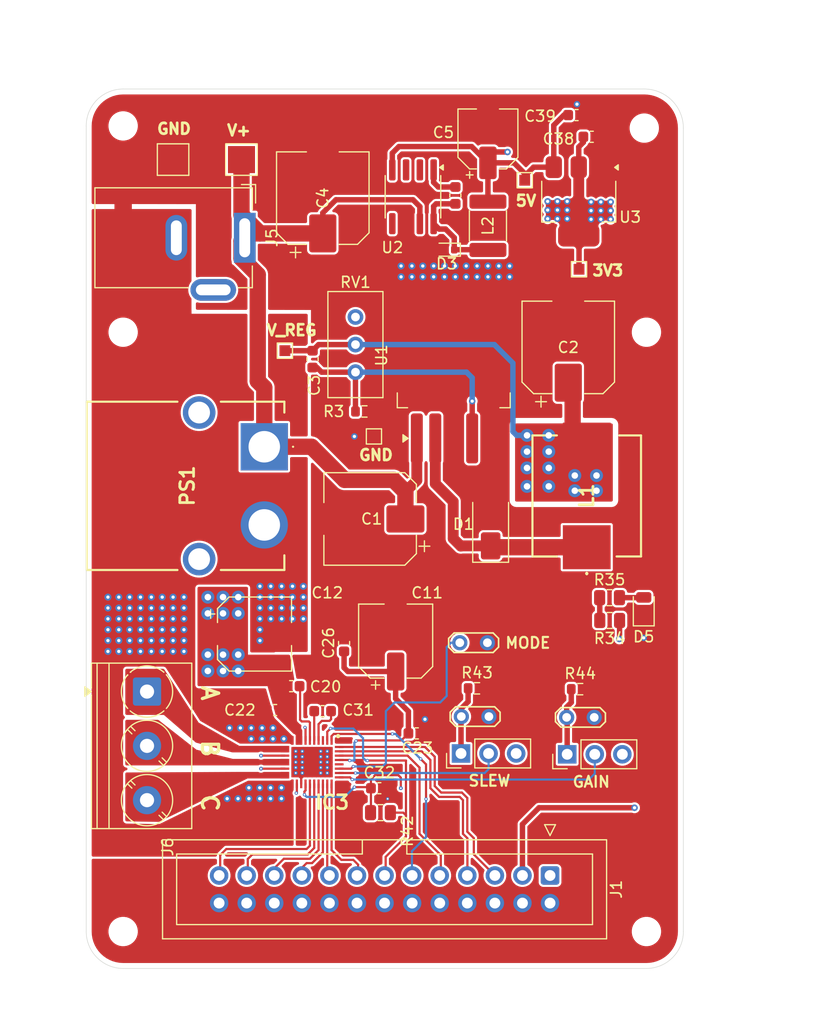
<source format=kicad_pcb>
(kicad_pcb (version 20241229) (generator "pcbnew") (generator_version "9.0")
  (layers (0 "F.Cu" signal) (4 "In1.Cu" signal) (6 "In2.Cu" signal) (2 "B.Cu" signal) (13 "F.Paste" user) (15 "B.Paste" user) (5 "F.SilkS" user "F.Silkscreen") (7 "B.SilkS" user "B.Silkscreen") (1 "F.Mask" user) (3 "B.Mask" user) (25 "Edge.Cuts" user))
  (net 0 "")
  (net 1 "GND")
  (net 2 "V+")
  (net 3 "VM")
  (net 4 "Net-(U1-FB)")
  (net 5 "AVDD")
  (net 6 "CP")
  (net 7 "CPL")
  (net 8 "CPH")
  (net 9 "Net-(D1-K)")
  (net 10 "/DRV8317/TIM1_CH3N")
  (net 11 "SLEW")
  (net 12 "/DRV8317/NFAULT")
  (net 14 "GAIN")
  (net 15 "Net-(IC3-OUTA_1)")
  (net 17 "Net-(IC3-OUTC_1)")
  (net 18 "MODE")
  (net 19 "Net-(IC3-OUTB_1)")
  (net 20 "/DRV8317/NSLEEP")
  (net 21 "/DRV8317/TIM1_CH1")
  (net 22 "/DRV8317/TIM1_CH2N")
  (net 23 "/DRV8317/Vcurrfdbk_B")
  (net 24 "/DRV8317/TIM1_CH2")
  (net 25 "/DRV8317/TIM1_CH1N")
  (net 26 "/DRV8317/Vcurrfdbk_C")
  (net 27 "/DRV8317/TIM1_CH3")
  (net 28 "/DRV8317/Vcurrfdbk_A")
  (net 29 "Net-(JP1-A)")
  (net 30 "Net-(JP4-A)")
  (net 34 "+5V")
  (net 35 "Net-(D3-K)")
  (net 36 "Net-(U2-CB)")
  (net 40 "Net-(D5-A)")
  (net 41 "Net-(R34-Pad2)")
  (footprint "Connector_PinHeader_2.54mm:PinHeader_1x03_P2.54mm_Vertical" (layer "F.Cu") (at 103.52 94.4 90)
    (property "Reference" "JP4" (hide yes))
    (property "Value" "Slew Selector")
  )
  (footprint "SamacSys_Parts:XT60PWM" (layer "F.Cu") (at 85.4 66.15 -90)
    (property "Reference" "PS1")
    (property "Value" "XT60PW-M" (hide yes))
  )
  (footprint "MountingHole:MountingHole_2.5mm" (layer "F.Cu") (at 72.4 55.6)
    (property "Reference" "H5" (hide yes))
    (property "Value" "MountingHole")
  )
  (footprint "MountingHole:MountingHole_2.5mm" (layer "F.Cu") (at 120.6 110.8)
    (property "Reference" "H2" (hide yes))
    (property "Value" "MountingHole")
  )
  (footprint "Capacitor_SMD:C_0603_1608Metric" (layer "F.Cu") (at 99.45 92.55)
    (property "Reference" "C23")
    (property "Value" "0.1uF")
  )
  (footprint "TestPoint:TestPoint_2Pads_Pitch2.54mm_Drill0.8mm" (layer "F.Cu") (at 103.55 91)
    (property "Reference" "JP5" (hide yes))
    (property "Value" "25V/us")
  )
  (footprint "TestPoint:TestPoint_2Pads_Pitch2.54mm_Drill0.8mm" (layer "F.Cu") (at 113.25 91.075)
    (property "Reference" "JP1" (hide yes))
    (property "Value" "0.25V/A")
  )
  (footprint "Capacitor_SMD:C_0603_1608Metric" (layer "F.Cu") (at 114.165 35.6 180)
    (property "Reference" "C39")
    (property "Value" "0.1uF")
  )
  (footprint "Capacitor_SMD:CP_Elec_8x10" (layer "F.Cu") (at 95.15 72.8 180)
    (property "Reference" "C1")
    (property "Value" "330uF 35V")
  )
  (footprint "TestPoint:TestPoint_Pad_1.0x1.0mm" (layer "F.Cu") (at 95.5 65.2 90)
    (property "Reference" "TP2" (hide yes))
    (property "Value" "TestPoint")
  )
  (footprint "Capacitor_SMD:C_0603_1608Metric" (layer "F.Cu") (at 103 43 -90)
    (property "Reference" "C28" (hide yes))
    (property "Value" "10nF")
  )
  (footprint "Capacitor_SMD:CP_Elec_6.3x5.4" (layer "F.Cu") (at 97.5 84.05 90)
    (property "Reference" "C11")
    (property "Value" "22uF 25V")
  )
  (footprint "Capacitor_SMD:C_0603_1608Metric" (layer "F.Cu") (at 96 97.6)
    (property "Reference" "C32")
    (property "Value" "2.2uF")
  )
  (footprint "Resistor_SMD:R_0603_1608Metric" (layer "F.Cu") (at 114.5 88.475)
    (property "Reference" "R44")
    (property "Value" "47K")
  )
  (footprint "Capacitor_SMD:CP_Elec_8x10" (layer "F.Cu") (at 90.79 43.25 90)
    (property "Reference" "C4")
    (property "Value" "330uF 25V")
  )
  (footprint "Diode_SMD:D_SOD-523" (layer "F.Cu") (at 102.2 48 180)
    (property "Reference" "D3")
    (property "Value" "20V 500mA")
  )
  (footprint "Capacitor_SMD:C_0603_1608Metric" (layer "F.Cu") (at 92.75 84.225 90)
    (property "Reference" "C26")
    (property "Value" "0.1uF")
  )
  (footprint "MountingHole:MountingHole_2.5mm" (layer "F.Cu") (at 120.6 55.6)
    (property "Reference" "H6" (hide yes))
    (property "Value" "MountingHole")
  )
  (footprint "MountingHole:MountingHole_2.5mm" (layer "F.Cu") (at 120.4 36.8)
    (property "Reference" "H3" (hide yes))
    (property "Value" "MountingHole")
  )
  (footprint "Resistor_SMD:R_0805_2012Metric" (layer "F.Cu") (at 117.2 80.05)
    (property "Reference" "R35")
    (property "Value" "3.6")
  )
  (footprint "Connector_PinHeader_2.54mm:PinHeader_1x03_P2.54mm_Vertical" (layer "F.Cu") (at 113.3 94.475 90)
    (property "Reference" "JP2" (hide yes))
    (property "Value" "Gain Selector")
  )
  (footprint "Capacitor_SMD:C_0603_1608Metric" (layer "F.Cu") (at 87.875 88.2)
    (property "Reference" "C20")
    (property "Value" "0.1uF")
  )
  (footprint "Capacitor_SMD:CP_Elec_8x10" (layer "F.Cu") (at 113.4 57 90)
    (property "Reference" "C2")
    (property "Value" "330uF 25V")
  )
  (footprint "Capacitor_SMD:CP_Elec_6.3x5.4" (layer "F.Cu") (at 84.5 83.4)
    (property "Reference" "C12")
    (property "Value" "22uF 25V")
  )
  (footprint "MountingHole:MountingHole_2.5mm" (layer "F.Cu") (at 72.4 36.6)
    (property "Reference" "H4" (hide yes))
    (property "Value" "MountingHole")
  )
  (footprint "TestPoint:TestPoint_Pad_1.0x1.0mm" (layer "F.Cu") (at 109.39 41.6)
    (property "Reference" "TP3" (hide yes))
    (property "Value" "TestPoint")
  )
  (footprint "Connector_IDC:IDC-Header_2x13_P2.54mm_Vertical" (layer "F.Cu") (at 111.72 105.64 -90)
    (property "Reference" "J1")
    (property "Value" "Conn_02x13_Odd_Even")
  )
  (footprint "Resistor_SMD:R_0603_1608Metric" (layer "F.Cu") (at 105 88.4)
    (property "Reference" "R43")
    (property "Value" "47K")
  )
  (footprint "Inductor_SMD:L_1812_4532Metric_Pad1.30x3.40mm_HandSolder" (layer "F.Cu") (at 106 45.8 90)
    (property "Reference" "L2")
    (property "Value" "47uH 3.1A")
  )
  (footprint "Capacitor_SMD:C_0603_1608Metric" (layer "F.Cu") (at 90.775 90.5 180)
    (property "Reference" "C31")
    (property "Value" "0.1uF")
  )
  (footprint "LED_SMD:LED_0805_2012Metric" (layer "F.Cu") (at 120.35 80.9625 90)
    (property "Reference" "D5")
    (property "Value" "Red LED")
  )
  (footprint "TestPoint:TestPoint_2Pads_Pitch2.54mm_Drill0.8mm" (layer "F.Cu") (at 103.41 84.2)
    (property "Reference" "JP3" (hide yes))
    (property "Value" "Mode Selector")
  )
  (footprint "Capacitor_SMD:C_0603_1608Metric" (layer "F.Cu") (at 115.565 37.6 180)
    (property "Reference" "C38")
    (property "Value" "10uF")
  )
  (footprint "Package_TO_SOT_SMD:SOT-223-3_TabPin2" (layer "F.Cu") (at 114.365 43.55 -90)
    (property "Reference" "U3")
    (property "Value" "LD1117S33TR")
  )
  (footprint "MountingHole:MountingHole_2.5mm" (layer "F.Cu") (at 72.4 110.8)
    (property "Reference" "H1" (hide yes))
    (property "Value" "MountingHole")
  )
  (footprint "Resistor_SMD:R_0805_2012Metric" (layer "F.Cu") (at 117.2125 82.15 180)
    (property "Reference" "R34")
    (property "Value" "3.6")
  )
  (footprint "TerminalBlock_Phoenix:TerminalBlock_Phoenix_PT-1,5-3-5.0-H_1x03_P5.00mm_Horizontal" (layer "F.Cu") (at 74.6 88.7 -90)
    (property "Reference" "J6")
    (property "Value" "Screw_Terminal_01x03")
  )
  (footprint "Resistor_SMD:R_0805_2012Metric" (layer "F.Cu") (at 96.1 99.85 180)
    (property "Reference" "R42")
    (property "Value" "5k")
  )
  (footprint "SamacSys_Parts:QFN40P400X500X80-37N-D" (layer "F.Cu") (at 89.8 95.2 -90)
    (property "Reference" "IC3")
    (property "Value" "DRV8317HREER" (hide yes))
  )
  (footprint "Package_SO:SOIC-8_3.9x4.9mm_P1.27mm" (layer "F.Cu") (at 99.095 43.125 -90)
    (property "Reference" "U2")
    (property "Value" "LM2674M-5.0")
  )
  (footprint "Package_TO_SOT_SMD:TO-263-5_TabPin3" (layer "F.Cu") (at 102.85 57.73 90)
    (property "Reference" "U1")
    (property "Value" "LM2596S-ADJ")
  )
  (footprint "Capacitor_SMD:CP_Elec_5x5.3" (layer "F.Cu") (at 106 37.8 90)
    (property "Reference" "C5")
    (property "Value" "100uF 10V")
  )
  (footprint "Connector_BarrelJack:BarrelJack_GCT_DCJ200-10-A_Horizontal" (layer "F.Cu") (at 83.6 46.9 -90)
    (property "Reference" "J5")
    (property "Value" "Jack-DC")
  )
  (footprint "Potentiometer_THT:Potentiometer_Bourns_3296W_Vertical" (layer "F.Cu") (at 93.8 59.28 -90)
    (property "Reference" "RV1")
    (property "Value" "R_Potentiometer_Trim")
  )
  (footprint "Capacitor_SMD:C_0603_1608Metric" (layer "F.Cu") (at 89.85 58.08 90)
    (property "Reference" "C3")
    (property "Value" "1.5nF")
  )
  (footprint "TestPoint:TestPoint_Pad_1.0x1.0mm" (layer "F.Cu") (at 87.3 57.3 90)
    (property "Reference" "TP1" (hide yes))
    (property "Value" "TestPoint")
  )
  (footprint "SamacSys_Parts:LMLP1011M470DTAS" (layer "F.Cu") (at 115.1 70.68 90)
    (property "Reference" "L1")
    (property "Value" "47uH 3.1A" (hide yes))
  )
  (footprint "TestPoint:TestPoint_Pad_1.0x1.0mm" (layer "F.Cu") (at 114.39 49.8 -90)
    (property "Reference" "TP7" (hide yes))
    (property "Value" "TestPoint")
  )
  (footprint "Capacitor_SMD:C_0603_1608Metric" (layer "F.Cu") (at 86.4 90.4 180)
    (property "Reference" "C22")
    (property "Value" "0.1uF")
  )
  (footprint "Resistor_SMD:R_0603_1608Metric" (layer "F.Cu") (at 94.625 62.9 180)
    (property "Reference" "R3")
    (property "Value" "1K")
  )
  (footprint "TestPoint:TestPoint_Pad_2.5x2.5mm" (layer "F.Cu") (at 83.3 39.7)
    (property "Reference" "TP8" (hide yes))
    (property "Value" "V+")
  )
  (footprint "TestPoint:TestPoint_Pad_2.5x2.5mm" (layer "F.Cu") (at 77 39.7)
    (property "Reference" "TP9" (hide yes))
    (property "Value" "V-")
  )
  (footprint "Diode_SMD:D_SMA" (layer "F.Cu") (at 106.25 73.28 90)
    (property "Reference" "D1")
    (property "Value" "60V 3A")
  )
  (gr_arc (start 72.4 114.2) (mid 69.995837 113.204163) (end 69 110.8) (stroke (width 0.05)) (layer "Edge.Cuts"))
  (gr_line (start 120.4 33.2) (end 72.4 33.2) (stroke (width 0.05)) (layer "Edge.Cuts"))
  (gr_line (start 69 36.6) (end 69 110.8) (stroke (width 0.05)) (layer "Edge.Cuts"))
  (gr_arc (start 120.4 33.2) (mid 122.945584 34.254416) (end 124 36.8) (stroke (width 0.05)) (layer "Edge.Cuts"))
  (gr_line (start 124 110.8) (end 124 36.8) (stroke (width 0.05)) (layer "Edge.Cuts"))
  (gr_arc (start 124 110.8) (mid 123.004163 113.204163) (end 120.6 114.2) (stroke (width 0.05)) (layer "Edge.Cuts"))
  (gr_line (start 72.4 114.2) (end 120.6 114.2) (stroke (width 0.05)) (layer "Edge.Cuts"))
  (gr_arc (start 69 36.6) (mid 69.995837 34.195837) (end 72.4 33.2) (stroke (width 0.05)) (layer "Edge.Cuts"))
  (gr_text "5V" (at 108.435238 44.080584 0) (layer "F.SilkS") (effects (font (size 1 1) (thickness 0.25) (bold yes)) (justify left bottom)))
  (gr_text "3V3" (at 115.5 50.5 0) (layer "F.SilkS") (effects (font (size 1 1) (thickness 0.25) (bold yes)) (justify left bottom)))
  (gr_text "GND" (at 94 67.5 0) (layer "F.SilkS") (effects (font (size 1 1) (thickness 0.25) (bold yes)) (justify left bottom)))
  (gr_text "A" (at 79.5 88 270) (layer "F.SilkS") (effects (font (size 1.5 1.5) (thickness 0.3) (bold yes)) (justify left bottom)))
  (gr_text "C" (at 79.5 98 270) (layer "F.SilkS") (effects (font (size 1.5 1.5) (thickness 0.3) (bold yes)) (justify left bottom)))
  (gr_text "SLEW" (at 104.1 97.5 0) (layer "F.SilkS") (effects (font (size 1 1) (thickness 0.2) (bold yes)) (justify left bottom)))
  (gr_text "GND" (at 75.4 37.45 0) (layer "F.SilkS") (effects (font (size 1 1) (thickness 0.25) (bold yes)) (justify left bottom)))
  (gr_text "V_REG" (at 85.5 56 0) (layer "F.SilkS") (effects (font (size 1 1) (thickness 0.25) (bold yes)) (justify left bottom)))
  (gr_text "GAIN" (at 113.7 97.6 0) (layer "F.SilkS") (effects (font (size 1 1) (thickness 0.2) (bold yes)) (justify left bottom)))
  (gr_text "V+" (at 81.85 37.6 0) (layer "F.SilkS") (effects (font (size 1 1) (thickness 0.25) (bold yes)) (justify left bottom)))
  (gr_text "MODE" (at 107.5 84.8 0) (layer "F.SilkS") (effects (font (size 1 1) (thickness 0.2) (bold yes)) (justify left bottom)))
  (gr_text "B" (at 79.5 93 270) (layer "F.SilkS") (effects (font (size 1.5 1.5) (thickness 0.3) (bold yes)) (justify left bottom)))
  (segment (start 90.79 37.29) (end 90.79 40) (width 1) (layer "F.Cu") (net 1))
  (segment (start 87.3 94.6) (end 85.1 94.6) (width 0.2) (layer "F.Cu") (net 1))
  (segment (start 88.8 97.2) (end 88.8 96.2) (width 0.2) (layer "F.Cu") (net 1))
  (segment (start 106.25 65.38) (end 106.25 71.28) (width 1) (layer "F.Cu") (net 1))
  (segment (start 105.63 53.8) (end 105.625 53.805) (width 1.5) (layer "F.Cu") (net 1))
  (segment (start 77 39.7) (end 77 37.7) (width 1) (layer "F.Cu") (net 1))
  (segment (start 116.665 40.4) (end 116.665 38.765) (width 0.5) (layer "F.Cu") (net 1))
  (segment (start 95.5 65.2) (end 95.5 62.95) (width 0.5) (layer "F.Cu") (net 1))
  (segment (start 78.5 36.2) (end 89.7 36.2) (width 1) (layer "F.Cu") (net 1))
  (segment (start 98.46 45.6) (end 98.46 47.06) (width 0.5) (layer "F.Cu") (net 1))
  (segment (start 116.34 36.54) (end 116.34 37.6) (width 0.5) (layer "F.Cu") (net 1))
  (segment (start 106.25 65.38) (end 106.25 59.28) (width 1) (layer "F.Cu") (net 1))
  (segment (start 116.665 38.765) (end 116.34 38.44) (width 0.5) (layer "F.Cu") (net 1))
  (segment (start 114.94 35.34) (end 114.2 34.6) (width 0.5) (layer "F.Cu") (net 1))
  (segment (start 115.4 35.6) (end 116.34 36.54) (width 0.5) (layer "F.Cu") (net 1))
  (segment (start 95.5 65.2) (end 93.7 65.2) (width 0.5) (layer "F.Cu") (net 1))
  (segment (start 107 34.6) (end 106 35.6) (width 0.5) (layer "F.Cu") (net 1))
  (segment (start 88.8 96.2) (end 89.8 95.2) (width 0.2) (layer "F.Cu") (net 1))
  (segment (start 114.94 35.6) (end 114.94 35.34) (width 0.5) (layer "F.Cu") (net 1))
  (segment (start 120.35 81.9) (end 120.35 83.75) (width 0.5) (layer "F.Cu") (net 1))
  (segment (start 89.7 36.2) (end 90.79 37.29) (width 1) (layer "F.Cu") (net 1))
  (segment (start 85.95 72.8) (end 85.4 73.35) (width 2) (layer "F.Cu") (net 1))
  (segment (start 102.85 65.38) (end 102.85 56.23) (width 1) (layer "F.Cu") (net 1))
  (segment (start 96.775 98.563337) (end 96.762407 98.57593) (width 0.2) (layer "F.Cu") (net 1))
  (segment (start 114.2 34.6) (end 107 34.6) (width 0.5) (layer "F.Cu") (net 1))
  (segment (start 99.4 48) (end 101.5 48) (width 0.5) (layer "F.Cu") (net 1))
  (segment (start 98.46 47.06) (end 99.4 48) (width 0.5) (layer "F.Cu") (net 1))
  (segment (start 114.94 35.6) (end 115.4 35.6) (width 0.5) (layer "F.Cu") (net 1))
  (segment (start 77 37.7) (end 78.5 36.2) (width 1) (layer "F.Cu") (net 1))
  (segment (start 92.7 83.4) (end 92.75 83.45) (width 1) (layer "F.Cu") (net 1))
  (segment (start 106.25 59.28) (end 105.625 58.655) (width 1) (layer "F.Cu") (net 1))
  (segment (start 87.3 95.8) (end 85.1 95.8) (width 0.2) (layer "F.Cu") (net 1))
  (segment (start 113.4 53.75) (end 113.35 53.8) (width 1.5) (layer "F.Cu") (net 1))
  (segment (start 100.225 92.55) (end 100.225 91.275) (width 0.5) (layer "F.Cu") (net 1))
  (segment (start 95.5 62.95) (end 95.45 62.9) (width 0.5) (layer "F.Cu") (net 1))
  (segment (start 100.225 91.275) (end 100.2 91.25) (width 0.5) (layer "F.Cu") (net 1))
  (segment (start 113.35 53.8) (end 105.63 53.8) (width 1.5) (layer "F.Cu") (net 1))
  (segment (start 116.34 38.44) (end 116.34 37.6) (width 0.5) (layer "F.Cu") (net 1))
  (via (at 71 83) (size 0.65) (drill 0.3) (layers "F.Cu" "B.Cu") (net 1))
  (via (at 86.2 92.05) (size 0.65) (drill 0.3) (layers "F.Cu" "B.Cu") (net 1))
  (via (at 89 82) (size 0.65) (drill 0.3) (layers "F.Cu" "B.Cu") (net 1))
  (via (at 86.981623 97.559148) (size 0.65) (drill 0.3) (layers "F.Cu" "B.Cu") (net 1))
  (via (at 91.2 94.7) (size 0.35) (drill 0.15) (layers "F.Cu" "B.Cu") (net 1))
  (via (at 101 50.5) (size 0.65) (drill 0.3) (layers "F.Cu" "B.Cu") (net 1))
  (via (at 72 85) (size 0.65) (drill 0.3) (layers "F.Cu" "B.Cu") (net 1))
  (via (at 73 81) (size 0.65) (drill 0.3) (layers "F.Cu" "B.Cu") (net 1))
  (via (at 88 81) (size 0.65) (drill 0.3) (layers "F.Cu" "B.Cu") (net 1))
  (via (at 101 49.5) (size 0.65) (drill 0.3) (layers "F.Cu" "B.Cu") (net 1))
  (via (at 86.2 93.05) (size 0.65) (drill 0.3) (layers "F.Cu" "B.Cu") (net 1))
  (via (at 78 82) (size 0.65) (drill 0.3) (layers "F.Cu" "B.Cu") (net 1))
  (via (at 81.981623 98.559148) (size 0.65) (drill 0.3) (layers "F.Cu" "B.Cu") (net 1))
  (via (at 71 82) (size 0.65) (drill 0.3) (layers "F.Cu" "B.Cu") (net 1))
  (via (at 75 82) (size 0.65) (drill 0.3) (layers "F.Cu" "B.Cu") (net 1))
  (via (at 99 49.5) (size 0.65) (drill 0.3) (layers "F.Cu" "B.Cu") (net 1))
  (via (at 77 84) (size 0.65) (drill 0.3) (layers "F.Cu" "B.Cu") (net 1))
  (via (at 75 80) (size 0.65) (drill 0.3) (layers "F.Cu" "B.Cu") (net 1))
  (via (at 84.2 92.05) (size 0.65) (drill 0.3) (layers "F.Cu" "B.Cu") (net 1))
  (via (at 74 85) (size 0.65) (drill 0.3) (layers "F.Cu" "B.Cu") (net 1))
  (via (at 107 50.5) (size 0.65) (drill 0.3) (layers "F.Cu" "B.Cu") (net 1))
  (via (at 85.981623 98.559148) (size 0.65) (drill 0.3) (layers "F.Cu" "B.Cu") (net 1))
  (via (at 85 84) (size 0.65) (drill 0.3) (layers "F.Cu" "B.Cu") (net 1))
  (via (at 76 80) (size 0.65) (drill 0.3) (layers "F.Cu" "B.Cu") (net 1))
  (via (at 105 50.5) (size 0.65) (drill 0.3) (layers "F.Cu" "B.Cu") (net 1))
  (via (at 88.3 95.2) (size 0.35) (drill 0.15) (layers "F.Cu" "B.Cu") (net 1))
  (via (at 78 85) (size 0.65) (drill 0.3) (layers "F.Cu" "B.Cu") (net 1))
  (via (at 73 80) (size 0.65) (drill 0.3) (layers "F.Cu" "B.Cu") (net 1))
  (via (at 82.2 92.05) (size 0.65) (drill 0.3) (layers "F.Cu" "B.Cu") (net 1))
  (via (at 71 80) (size 0.65) (drill 0.3) (layers "F.Cu" "B.Cu") (net 1))
  (via (at 74 83) (size 0.65) (drill 0.3) (layers "F.Cu" "B.Cu") (net 1))
  (via (at 91.2 95.7) (size 0.35) (drill 0.15) (layers "F.Cu" "B.Cu") (net 1))
  (via (at 106 49.5) (size 0.65) (drill 0.3) (layers "F.Cu" "B.Cu") (net 1))
  (via (at 78 81) (size 0.65) (drill 0.3) (layers "F.Cu" "B.Cu") (net 1))
  (via (at 90.6 96.2) (size 0.35) (drill 0.15) (layers "F.Cu" "B.Cu") (net 1))
  (via (at 108 50.5) (size 0.65) (drill 0.3) (layers "F.Cu" "B.Cu") (net 1))
  (via (at 96.762407 98.57593) (size 0.3) (drill 0.15) (layers "F.Cu" "B.Cu") (net 1))
  (via (at 83.981623 98.559148) (size 0.65) (drill 0.3) (layers "F.Cu" "B.Cu") (net 1))
  (via (at 76 82) (size 0.65) (drill 0.3) (layers "F.Cu" "B.Cu") (net 1))
  (via (at 85 80) (size 0.65) (drill 0.3) (layers "F.Cu" "B.Cu") (net 1))
  (via (at 73 82) (size 0.65) (drill 0.3) (layers "F.Cu" "B.Cu") (net 1))
  (via (at 86 81) (size 0.65) (drill 0.3) (layers "F.Cu" "B.Cu") (net 1))
  (via (at 74 81) (size 0.65) (drill 0.3) (layers "F.Cu" "B.Cu") (net 1))
  (via (at 87 79) (size 0.65) (drill 0.3) (layers "F.Cu" "B.Cu") (net 1))
  (via (at 108 49.5) (size 0.65) (drill 0.3) (layers "F.Cu" "B.Cu") (net 1))
  (via (at 100.2 91.25) (size 0.6) (drill 0.3) (layers "F.Cu" "B.Cu") (net 1))
  (via (at 75 81) (size 0.65) (drill 0.3) (layers "F.Cu" "B.Cu") (net 1))
  (via (at 84.981623 98.559148) (size 0.65) (drill 0.3) (layers "F.Cu" "B.Cu") (net 1))
  (via (at 88 80) (size 0.65) (drill 0.3) (layers "F.Cu" "B.Cu") (net 1))
  (via (at 86 82) (size 0.65) (drill 0.3) (layers "F.Cu" "B.Cu") (net 1))
  (via (at 74 82) (size 0.65) (drill 0.3) (layers "F.Cu" "B.Cu") (net 1))
  (via (at 88.9 96.2) (size 0.35) (drill 0.15) (layers "F.Cu" "B.Cu") (net 1))
  (via (at 78 83) (size 0.65) (drill 0.3) (layers "F.Cu" "B.Cu") (net 1))
  (via (at 89 80) (size 0.65) (drill 0.3) (layers "F.Cu" "B.Cu") (net 1))
  (via (at 91.2 95.2) (size 0.35) (drill 0.15) (layers "F.Cu" "B.Cu") (net 1))
  (via (at 78 84) (size 0.65) (drill 0.3) (layers "F.Cu" "B.Cu") (net 1))
  (via (at 76 85) (size 0.65) (drill 0.3) (layers "F.Cu" "B.Cu") (net 1))
  (via (at 73 83) (size 0.65) (drill 0.3) (layers "F.Cu" "B.Cu") (net 1))
  (via (at 90.6 95.2) (size 0.35) (drill 0.15) (layers "F.Cu" "B.Cu") (net 1))
  (via (at 85.1 94.6) (size 0.35) (drill 0.15) (layers "F.Cu" "B.Cu") (net 1))
  (via (at 85 82) (size 0.65) (drill 0.3) (layers "F.Cu" "B.Cu") (net 1))
  (via (at 98 50.5) (size 0.65) (drill 0.3) (layers "F.Cu" "B.Cu") (net 1))
  (via (at 91.2 94.2) (size 0.35) (drill 0.15) (layers "F.Cu" "B.Cu") (net 1))
  (via (at 85.981623 97.559148) (size 0.65) (drill 0.3) (layers "F.Cu" "B.Cu") (net 1))
  (via (at 87 81) (size 0.65) (drill 0.3) (layers "F.Cu" "B.Cu") (net 1))
  (via (at 99 50.5) (size 0.65) (drill 0.3) (layers "F.Cu" "B.Cu") (net 1))
  (via (at 100 49.5) (size 0.65) (drill 0.3) (layers "F.Cu" "B.Cu") (net 1))
  (via (at 103 49.5) (size 0.65) (drill 0.3) (layers "F.Cu" "B.Cu") (net 1))
  (via (at 90.6 95.7) (size 0.35) (drill 0.15) (layers "F.Cu" "B.Cu") (net 1))
  (via (at 106 50.5) (size 0.65) (drill 0.3) (layers "F.Cu" "B.Cu") (net 1))
  (via (at 77 85) (size 0.65) (drill 0.3) (layers "F.Cu" "B.Cu") (net 1))
  (via (at 86.981623 98.559148) (size 0.65) (drill 0.3) (layers "F.Cu" "B.Cu") (net 1))
  (via (at 88.3 94.7) (size 0.35) (drill 0.15) (layers "F.Cu" "B.Cu") (net 1))
  (via (at 90.6 94.2) (size 0.35) (drill 0.15) (layers "F.Cu" "B.Cu") (net 1))
  (via (at 89 81) (size 0.65) (drill 0.3) (layers "F.Cu" "B.Cu") (net 1))
  (via (at 72 80) (size 0.65) (drill 0.3) (layers "F.Cu" "B.Cu") (net 1))
  (via (at 74 80) (size 0.65) (drill 0.3) (layers "F.Cu" "B.Cu") (net 1))
  (via (at 75 84) (size 0.65) (drill 0.3) (layers "F.Cu" "B.Cu") (net 1))
  (via (at 90.6 94.7) (size 0.35) (drill 0.15) (layers "F.Cu" "B.Cu") (net 1))
  (via (at 88.9 94.7) (size 0.35) (drill 0.15) (layers "F.Cu" "B.Cu") (net 1))
  (via (at 98 49.5) (size 0.65) (drill 0.3) (layers "F.Cu" "B.Cu") (net 1))
  (via (at 75 85) (size 0.65) (drill 0.3) (layers "F.Cu" "B.Cu") (net 1))
  (via (at 88.9 95.2) (size 0.35) (drill 0.15) (layers "F.Cu" "B.Cu") (net 1))
  (via (at 74 84) (size 0.65) (drill 0.3) (layers "F.Cu" "B.Cu") (net 1))
  (via (at 88 82) (size 0.65) (drill 0.3) (layers "F.Cu" "B.Cu") (net 1))
  (via (at 85.2 92.05) (size 0.65) (drill 0.3) (layers "F.Cu" "B.Cu") (net 1))
  (via (at 85.1 95.8) (size 0.35) (drill 0.15) (layers "F.Cu" "B.Cu") (net 1))
  (via (at 107 49.5) (size 0.65) (drill 0.3) (layers "F.Cu" "B.Cu") (net 1))
  (via (at 91.2 96.2) (size 0.35) (drill 0.15) (layers "F.Cu" "B.Cu") (net 1))
  (via (at 84.981623 97.559148) (size 0.65) (drill 0.3) (layers "F.Cu" "B.Cu") (net 1))
  (via (at 88.3 94.2) (size 0.35) (drill 0.15) (layers "F.Cu" "B.Cu") (net 1))
  (via (at 84.2 93.05) (size 0.65) (drill 0.3) (layers "F.Cu" "B.Cu") (net 1))
  (via (at 72 84) (size 0.65) (drill 0.3) (layers "F.Cu" "B.Cu") (net 1))
  (via (at 105 49.5) (size 0.65) (drill 0.3) (layers "F.Cu" "B.Cu") (net 1))
  (via (at 76 81) (size 0.65) (drill 0.3) (layers "F.Cu" "B.Cu") (net 1))
  (via (at 114.2 34.6) (size 0.6) (drill 0.3) (layers "F.Cu" "B.Cu") (net 1))
  (via (at 76 84) (size 0.65) (drill 0.3) (layers "F.Cu" "B.Cu") (net 1))
  (via (at 82.981623 98.559148) (size 0.65) (drill 0.3) (layers "F.Cu" "B.Cu") (net 1))
  (via (at 77 83) (size 0.65) (drill 0.3) (layers "F.Cu" "B.Cu") (net 1))
  (via (at 102 50.5) (size 0.65) (drill 0.3) (layers "F.Cu" "B.Cu") (net 1))
  (via (at 104 50.5) (size 0.65) (drill 0.3) (layers "F.Cu" "B.Cu") (net 1))
  (via (at 85.2 93.05) (size 0.65) (drill 0.3) (layers "F.Cu" "B.Cu") (net 1))
  (via (at 102 49.5) (size 0.65) (drill 0.3) (layers "F.Cu" "B.Cu") (net 1))
  (via (at 85 79) (size 0.65) (drill 0.3) (layers "F.Cu" "B.Cu") (net 1))
  (via (at 73 84) (size 0.65) (drill 0.3) (layers "F.Cu" "B.Cu") (net 1))
  (via (at 104 49.5) (size 0.65) (drill 0.3) (layers "F.Cu" "B.Cu") (net 1))
  (via (at 87.2 93.05) (size 0.65) (drill 0.3) (layers "F.Cu" "B.Cu") (net 1))
  (via (at 93.7 65.2) (size 0.6) (drill 0.3) (layers "F.Cu" "B.Cu") (net 1))
  (via (at 89 79) (size 0.65) (drill 0.3) (layers "F.Cu" "B.Cu") (net 1))
  (via (at 77 82) (size 0.65) (drill 0.3) (layers "F.Cu" "B.Cu") (net 1))
  (via (at 86 79) (size 0.65) (drill 0.3) (layers "F.Cu" "B.Cu") (net 1))
  (via (at 83.2 92.05) (size 0.65) (drill 0.3) (layers "F.Cu" "B.Cu") (net 1))
  (via (at 86 80) (size 0.65) (drill 0.3) (layers "F.Cu" "B.Cu") (net 1))
  (via (at 88.9 95.7) (size 0.35) (drill 0.15) (layers "F.Cu" "B.Cu") (net 1))
  (via (at 100 50.5) (size 0.65) (drill 0.3) (layers "F.Cu" "B.Cu") (net 1))
  (via (at 71 84) (size 0.65) (drill 0.3) (layers "F.Cu" "B.Cu") (net 1))
  (via (at 73 85) (size 0.65) (drill 0.3) (layers "F.Cu" "B.Cu") (net 1))
  (via (at 72 83) (size 0.65) (drill 0.3) (layers "F.Cu" "B.Cu") (net 1))
  (via (at 77 81) (size 0.65) (drill 0.3) (layers "F.Cu" "B.Cu") (net 1))
  (via (at 88.3 96.2) (size 0.35) (drill 0.15) (layers "F.Cu" "B.Cu") (net 1))
  (via (at 87 82) (size 0.65) (drill 0.3) (layers "F.Cu" "B.Cu") (net 1))
  (via (at 72 81) (size 0.65) (drill 0.3) (layers "F.Cu" "B.Cu") (net 1))
  (via (at 76 83) (size 0.65) (drill 0.3) (layers "F.Cu" "B.Cu") (net 1))
  (via (at 78 80) (size 0.65) (drill 0.3) (layers "F.Cu" "B.Cu") (net 1))
  (via (at 71 81) (size 0.65) (drill 0.3) (layers "F.Cu" "B.Cu") (net 1))
  (via (at 103 50.5) (size 0.65) (drill 0.3) (layers "F.Cu" "B.Cu") (net 1))
  (via (at 88.3 95.7) (size 0.35) (drill 0.15) (layers "F.Cu" "B.Cu") (net 1))
  (via (at 85 81) (size 0.65) (drill 0.3) (layers "F.Cu" "B.Cu") (net 1))
  (via (at 88 79) (size 0.65) (drill 0.3) (layers "F.Cu" "B.Cu") (net 1))
  (via (at 85 83) (size 0.65) (drill 0.3) (layers "F.Cu" "B.Cu") (net 1))
  (via (at 77 80) (size 0.65) (drill 0.3) (layers "F.Cu" "B.Cu") (net 1))
  (via (at 87 80) (size 0.65) (drill 0.3) (layers "F.Cu" "B.Cu") (net 1))
  (via (at 120.35 83.75) (size 0.6) (drill 0.3) (layers "F.Cu" "B.Cu") (net 1))
  (via (at 83.981623 97.559148) (size 0.65) (drill 0.3) (layers "F.Cu" "B.Cu") (net 1))
  (via (at 72 82) (size 0.65) (drill 0.3) (layers "F.Cu" "B.Cu") (net 1))
  (via (at 71 85) (size 0.65) (drill 0.3) (layers "F.Cu" "B.Cu") (net 1))
  (via (at 88.9 94.2) (size 0.35) (drill 0.15) (layers "F.Cu" "B.Cu") (net 1))
  (via (at 75 83) (size 0.65) (drill 0.3) (layers "F.Cu" "B.Cu") (net 1))
  (segment (start 92.8 69.2) (end 97.3 69.2) (width 1.5) (layer "F.Cu") (net 2))
  (segment (start 85 46.5) (end 84 46.5) (width 1.5) (layer "F.Cu") (net 2))
  (segment (start 85.4 66.15) (end 89.75 66.15) (width 1.5) (layer "F.Cu") (net 2))
  (segment (start 83.3 44.8) (end 83.3 39.7) (width 1.5) (layer "F.Cu") (net 2))
  (segment (start 85 46.5) (end 90.79 46.5) (width 1.5) (layer "F.Cu") (net 2))
  (segment (start 90.79 44.61) (end 90.79 46.5) (width 0.5) (layer "F.Cu") (net 2))
  (segment (start 83.3 48.8) (end 84.8 50.3) (width 1.5) (layer "F.Cu") (net 2))
  (segment (start 84.8 60.1) (end 85.4 60.7) (width 1.5) (layer "F.Cu") (net 2))
  (segment (start 85 46.5) (end 83.3 44.8) (width 1.5) (layer "F.Cu") (net 2))
  (segment (start 83.3 47.2) (end 83.3 48.8) (width 1.5) (layer "F.Cu") (net 2))
  (segment (start 89.75 66.15) (end 92.8 69.2) (width 1.5) (layer "F.Cu") (net 2))
  (segment (start 99.45 65.38) (end 99.45 69.25) (width 1) (layer "F.Cu") (net 2))
  (segment (start 99.73 45.6) (end 99.73 44.03) (width 0.5) (layer "F.Cu") (net 2))
  (segment (start 84.8 50.3) (end 84.8 60.1) (width 1.5) (layer "F.Cu") (net 2))
  (segment (start 98.4 70.3) (end 98.4 72.8) (width 1.5) (layer "F.Cu") (net 2))
  (segment (start 97.3 69.2) (end 98.4 70.3) (width 1.5) (layer "F.Cu") (net 2))
  (segment (start 85.4 60.7) (end 85.4 66.15) (width 1.5) (layer "F.Cu") (net 2))
  (segment (start 85.4 66.15) (end 85.4 67.2) (width 1.5) (layer "F.Cu") (net 2))
  (segment (start 84 46.5) (end 83.3 47.2) (width 1.5) (layer "F.Cu") (net 2))
  (segment (start 99.45 69.25) (end 98.4 70.3) (width 1) (layer "F.Cu") (net 2))
  (segment (start 99.73 44.03) (end 99.1 43.4) (width 0.5) (layer "F.Cu") (net 2))
  (segment (start 92 43.4) (end 90.79 44.61) (width 0.5) (layer "F.Cu") (net 2))
  (segment (start 99.1 43.4) (end 92 43.4) (width 0.5) (layer "F.Cu") (net 2))
  (segment (start 87.305 57.305) (end 87.3 57.3) (width 0.5) (layer "F.Cu") (net 3))
  (segment (start 88.4 97.2) (end 88.4 98) (width 0.2) (layer "F.Cu") (net 3))
  (segment (start 113.8 64.655) (end 115.1 65.955) (width 1.5) (layer "F.Cu") (net 3))
  (segment (start 90.40436 56.74) (end 93.8 56.74) (width 0.5) (layer "F.Cu") (net 3))
  (segment (start 113.8 60.65) (end 113.8 64.655) (width 1.5) (layer "F.Cu") (net 3))
  (segment (start 88.4 98) (end 88.35 98.05) (width 0.2) (layer "F.Cu") (net 3))
  (segment (start 89.85 57.305) (end 87.305 57.305) (width 0.5) (layer "F.Cu") (net 3))
  (segment (start 89.85 57.305) (end 89.85 57.29436) (width 0.5) (layer "F.Cu") (net 3))
  (segment (start 113.4 60.25) (end 113.8 60.65) (width 1.5) (layer "F.Cu") (net 3))
  (segment (start 89.85 57.29436) (end 90.40436 56.74) (width 0.5) (layer "F.Cu") (net 3))
  (via (at 80.2 81.5) (size 1.2) (drill 0.6) (layers "F.Cu" "B.Cu") (net 3))
  (via (at 81.6 85.3) (size 1.2) (drill 0.6) (layers "F.Cu" "B.Cu") (net 3))
  (via (at 114 70.2) (size 1.2) (drill 0.6) (layers "F.Cu" "B.Cu") (net 3))
  (via (at 116 68.8) (size 1.2) (drill 0.6) (layers "F.Cu" "B.Cu") (net 3))
  (via (at 80.2 86.8) (size 1.2) (drill 0.6) (layers "F.Cu" "B.Cu") (net 3))
  (via (at 81.6 80) (size 1.2) (drill 0.6) (layers "F.Cu" "B.Cu") (net 3))
  (via (at 109.6 65.1) (size 1.2) (drill 0.6) (layers "F.Cu" "B.Cu") (net 3))
  (via (at 109.6 69.8) (size 1.2) (drill 0.6) (layers "F.Cu" "B.Cu") (net 3))
  (via (at 111.6 65.1) (size 1.2) (drill 0.6) (layers "F.Cu" "B.Cu") (net 3))
  (via (at 88.35 98.05) (size 0.3) (drill 0.15) (layers "F.Cu" "B.Cu") (net 3))
  (via (at 83 81.5) (size 1.2) (drill 0.6) (layers "F.Cu" "B.Cu") (net 3))
  (via (at 81.6 86.8) (size 1.2) (drill 0.6) (layers "F.Cu" "B.Cu") (net 3))
  (via (at 83 86.8) (size 1.2) (drill 0.6) (layers "F.Cu" "B.Cu") (net 3))
  (via (at 83 80) (size 1.2) (drill 0.6) (layers "F.Cu" "B.Cu") (net 3))
  (via (at 111.6 66.6) (size 1.2) (drill 0.6) (layers "F.Cu" "B.Cu") (net 3))
  (via (at 80.2 85.3) (size 1.2) (drill 0.6) (layers "F.Cu" "B.Cu") (net 3))
  (via (at 109.6 68.1) (size 1.2) (drill 0.6) (layers "F.Cu" "B.Cu") (net 3))
  (via (at 80.2 80) (size 1.2) (drill 0.6) (layers "F.Cu" "B.Cu") (net 3))
  (via (at 116 70.2) (size 1.2) (drill 0.6) (layers "F.Cu" "B.Cu") (net 3))
  (via (at 83 85.3) (size 1.2) (drill 0.6) (layers "F.Cu" "B.Cu") (net 3))
  (via (at 111.6 68.1) (size 1.2) (drill 0.6) (layers "F.Cu" "B.Cu") (net 3))
  (via (at 109.6 66.6) (size 1.2) (drill 0.6) (layers "F.Cu" "B.Cu") (net 3))
  (via (at 111.6 69.8) (size 1.2) (drill 0.6) (layers "F.Cu" "B.Cu") (net 3))
  (via (at 114 68.8) (size 1.2) (drill 0.6) (layers "F.Cu" "B.Cu") (net 3))
  (via (at 81.6 81.5) (size 1.2) (drill 0.6) (layers "F.Cu" "B.Cu") (net 3))
  (segment (start 108.65 65.1) (end 109.6 65.1) (width 0.5) (layer "B.Cu") (net 3))
  (segment (start 108.3 64.75) (end 108.65 65.1) (width 0.5) (layer "B.Cu") (net 3))
  (segment (start 108.3 58.45) (end 108.3 64.75) (width 0.5) (layer "B.Cu") (net 3))
  (segment (start 106.59 56.74) (end 108.3 58.45) (width 0.5) (layer "B.Cu") (net 3))
  (segment (start 93.8 56.74) (end 106.59 56.74) (width 0.5) (layer "B.Cu") (net 3))
  (segment (start 90.255 58.855) (end 90.68 59.28) (width 0.5) (layer "F.Cu") (net 4))
  (segment (start 89.85 58.855) (end 90.255 58.855) (width 0.5) (layer "F.Cu") (net 4))
  (segment (start 90.68 59.28) (end 93.8 59.28) (width 0.5) (layer "F.Cu") (net 4))
  (segment (start 104.55 61.95) (end 104.55 65.38) (width 0.5) (layer "F.Cu") (net 4))
  (segment (start 93.8 62.9) (end 93.8 59.28) (width 0.5) (layer "F.Cu") (net 4))
  (via (at 104.55 61.95) (size 0.6) (drill 0.3) (layers "F.Cu" "B.Cu") (net 4))
  (segment (start 93.8 59.28) (end 104.03 59.28) (width 0.5) (layer "B.Cu") (net 4))
  (segment (start 104.03 59.28) (end 104.55 59.8) (width 0.5) (layer "B.Cu") (net 4))
  (segment (start 104.55 59.8) (end 104.55 61.95) (width 0.5) (layer "B.Cu") (net 4))
  (segment (start 95.6 96.4) (end 97.75 96.4) (width 0.2) (layer "F.Cu") (net 5))
  (segment (start 89.1 98.2) (end 89.1 97.9) (width 0.2) (layer "F.Cu") (net 5))
  (segment (start 114.79 38.11) (end 114.365 38.535) (width 0.5) (layer "F.Cu") (net 5))
  (segment (start 118.125 82.15) (end 118.125 83.825) (width 0.5) (layer "F.Cu") (net 5))
  (segment (start 89.1 97.9) (end 89.2 97.8) (width 0.2) (layer "F.Cu") (net 5))
  (segment (start 97.75 96.4) (end 97.825 96.475) (width 0.2) (layer "F.Cu") (net 5))
  (segment (start 98.675 90.525) (end 98.675 92.55) (width 0.5) (layer "F.Cu") (net 5))
  (segment (start 89.15 92) (end 89.2 92.05) (width 0.2) (layer "F.Cu") (net 5))
  (segment (start 98.025 93.2) (end 98.675 92.55) (width 0.2) (layer "F.Cu") (net 5))
  (segment (start 97.825 96.475) (end 97.9 96.55) (width 0.2) (layer "F.Cu") (net 5))
  (segment (start 95.125 97.5) (end 93.7 97.5) (width 0.2) (layer "F.Cu") (net 5))
  (segment (start 93.85 93.25) (end 93.9 93.2) (width 0.2) (layer "F.Cu") (net 5))
  (segment (start 114.365 46.7) (end 114.365 40.4) (width 1) (layer "F.Cu") (net 5))
  (segment (start 97.5 86.85) (end 97.5 89.35) (width 0.5) (layer "F.Cu") (net 5))
  (segment (start 92.75 85) (end 92.75 86.5) (width 0.5) (layer "F.Cu") (net 5))
  (segment (start 95.225 97.6) (end 95.225 99.8125) (width 0.2) (layer "F.Cu") (net 5))
  (segment (start 92.75 86.5) (end 93.1 86.85) (width 0.5) (layer "F.Cu") (net 5))
  (segment (start 95.225 99.8125) (end 95.1875 99.85) (width 0.2) (layer "F.Cu") (net 5))
  (segment (start 118.125 83.825) (end 118.1 83.85) (width 0.5) (layer "F.Cu") (net 5))
  (segment (start 89.2 97.8) (end 89.2 97.2) (width 0.2) (layer "F.Cu") (net 5))
  (segment (start 93.215436 95) (end 93.265436 95.05) (width 0.2) (layer "F.Cu") (net 5))
  (segment (start 114.79 37.6) (end 114.79 38.11) (width 0.5) (layer "F.Cu") (net 5))
  (segment (start 93.1 86.85) (end 97.5 86.85) (width 0.5) (layer "F.Cu") (net 5))
  (segment (start 95.225 96.775) (end 95.6 96.4) (width 0.2) (layer "F.Cu") (net 5))
  (segment (start 95.225 97.6) (end 95.125 97.5) (width 0.2) (layer "F.Cu") (net 5))
  (segment (start 97.5 89.35) (end 98.675 90.525) (width 0.5) (layer "F.Cu") (net 5))
  (segment (start 97.975 96.625) (end 97.975 97.6) (width 0.2) (layer "F.Cu") (net 5))
  (segment (start 114.365 38.535) (end 114.365 40.4) (width 0.5) (layer "F.Cu") (net 5))
  (segment (start 89.2 92.05) (end 89.2 93.2) (width 0.2) (layer "F.Cu") (net 5))
  (segment (start 114.39 46.725) (end 114.365 46.7) (width 0.5) (layer "F.Cu") (net 5))
  (segment (start 97.825 96.475) (end 97.975 96.625) (width 0.2) (layer "F.Cu") (net 5))
  (segment (start 92.3 95) (end 93.215436 95) (width 0.2) (layer "F.Cu") (net 5))
  (segment (start 114.39 49.8) (end 114.39 46.725) (width 0.5) (layer "F.Cu") (net 5))
  (segment (start 93.9 93.2) (end 98.025 93.2) (width 0.2) (layer "F.Cu") (net 5))
  (segment (start 95.225 97.6) (end 95.225 96.775) (width 0.2) (layer "F.Cu") (net 5))
  (via (at 93.7 97.5) (size 0.3) (drill 0.15) (layers "F.Cu" "B.Cu") (net 5))
  (via (at 117.3 43.6) (size 0.6) (drill 0.3) (layers "F.Cu" "B.Cu") (net 5))
  (via (at 89.1 98.2) (size 0.3) (drill 0.15) (layers "F.Cu" "B.Cu") (net 5))
  (via (at 113.3 43.55) (size 0.6) (drill 0.3) (layers "F.Cu" "B.Cu") (net 5))
  (via (at 97.975 97.6) (size 0.35) (drill 0.15) (layers "F.Cu" "B.Cu") (net 5))
  (via (at 111.5 45.15) (size 0.6) (drill 0.3) (layers "F.Cu" "B.Cu") (net 5))
  (via (at 113.3 44.35) (size 0.6) (drill 0.3) (layers "F.Cu" "B.Cu") (net 5))
  (via (at 117.3 44.4) (size 0.6) (drill 0.3) (layers "F.Cu" "B.Cu") (net 5))
  (via (at 113.3 45.15) (size 0.6) (drill 0.3) (layers "F.Cu" "B.Cu") (net 5))
  (via (at 111.5 43.55) (size 0.6) (drill 0.3) (layers "F.Cu" "B.Cu") (net 5))
  (via (at 93.265436 95.05) (size 0.3) (drill 0.15) (layers "F.Cu" "B.Cu") (net 5))
  (via (at 116.4 44.4) (size 0.6) (drill 0.3) (layers "F.Cu" "B.Cu") (net 5))
  (via (at 111.5 44.35) (size 0.6) (drill 0.3) (layers "F.Cu" "B.Cu") (net 5))
  (via (at 93.85 93.25) (size 0.3) (drill 0.15) (layers "F.Cu" "B.Cu") (net 5))
  (via (at 115.5 45.2) (size 0.6) (drill 0.3) (layers "F.Cu" "B.Cu") (net 5))
  (via (at 118.1 83.85) (size 0.6) (drill 0.3) (layers "F.Cu" "B.Cu") (net 5))
  (via (at 89.15 92) (size 0.3) (drill 0.15) (layers "F.Cu" "B.Cu") (net 5))
  (via (at 115.5 43.6) (size 0.6) (drill 0.3) (layers "F.Cu" "B.Cu") (net 5))
  (via (at 112.4 45.15) (size 0.6) (drill 0.3) (layers "F.Cu" "B.Cu") (net 5))
  (via (at 116.4 45.2) (size 0.6) (drill 0.3) (layers "F.Cu" "B.Cu") (net 5))
  (via (at 112.4 43.55) (size 0.6) (drill 0.3) (layers "F.Cu" "B.Cu") (net 5))
  (via (at 115.5 44.4) (size 0.6) (drill 0.3) (layers "F.Cu" "B.Cu") (net 5))
  (via (at 117.3 45.2) (size 0.6) (drill 0.3) (layers "F.Cu" "B.Cu") (net 5))
  (via (at 116.4 43.6) (size 0.6) (drill 0.3) (layers "F.Cu" "B.Cu") (net 5))
  (via (at 112.4 44.35) (size 0.6) (drill 0.3) (layers "F.Cu" "B.Cu") (net 5))
  (segment (start 91.9 98.4) (end 89.3 98.4) (width 0.2) (layer "B.Cu") (net 5))
  (segment (start 92.8 98.4) (end 91.9 98.4) (width 0.2) (layer "B.Cu") (net 5))
  (segment (start 89.3 98.4) (end 89.1 98.2) (width 0.2) (layer "B.Cu") (net 5))
  (segment (start 93.7 95.05) (end 93.7 93.4) (width 0.2) (layer "B.Cu") (net 5))
  (segment (start 93.7 97.5) (end 92.8 98.4) (width 0.2) (layer "B.Cu") (net 5))
  (segment (start 93.265436 95.05) (end 93.7 95.05) (width 0.2) (layer "B.Cu") (net 5))
  (segment (start 93.7 93.4) (end 93.85 93.25) (width 0.2) (layer "B.Cu") (net 5))
  (segment (start 89.6 91.55) (end 89.5 91.45) (width 0.2) (layer "F.Cu") (net 6))
  (segment (start 88.7 88.25) (end 88.65 88.2) (width 0.2) (layer "F.Cu") (net 6))
  (segment (start 88.85 91.45) (end 88.7 91.3) (width 0.2) (layer "F.Cu") (net 6))
  (segment (start 88.7 91.3) (end 88.7 88.25) (width 0.2) (layer "F.Cu") (net 6))
  (segment (start 89.6 93.2) (end 89.6 91.55) (width 0.2) (layer "F.Cu") (net 6))
  (segment (start 89.5 91.45) (end 88.85 91.45) (width 0.2) (layer "F.Cu") (net 6))
  (segment (start 90.4 93.2) (end 90.4 91.7) (width 0.2) (layer "F.Cu") (net 7))
  (segment (start 90.4 91.7) (end 90.7 91.4) (width 0.2) (layer "F.Cu") (net 7))
  (segment (start 91.4 91.4) (end 91.55 91.25) (width 0.2) (layer "F.Cu") (net 7))
  (segment (start 91.55 91.25) (end 91.55 91.15) (width 0.2) (layer "F.Cu") (net 7))
  (segment (start 90.7 91.4) (end 91.4 91.4) (width 0.2) (layer "F.Cu") (net 7))
  (segment (start 91.55 91.15) (end 91.55 90.5) (width 0.2) (layer "F.Cu") (net 7))
  (segment (start 90 93.2) (end 90 90.5) (width 0.2) (layer "F.Cu") (net 8))
  (segment (start 103.52 75.28) (end 106.25 75.28) (width 1) (layer "F.Cu") (net 9))
  (segment (start 103.5 75.3) (end 103.52 75.28) (width 1) (layer "F.Cu") (net 9))
  (segment (start 102.8 71.2) (end 102.8 74.6) (width 1) (layer "F.Cu") (net 9))
  (segment (start 115.1 75.405) (end 106.375 75.405) (width 1.5) (layer "F.Cu") (net 9))
  (segment (start 101.15 65.38) (end 101.15 69.55) (width 1) (layer "F.Cu") (net 9))
  (segment (start 101.15 69.55) (end 102.8 71.2) (width 1) (layer "F.Cu") (net 9))
  (segment (start 102.8 74.6) (end 103.5 75.3) (width 1) (layer "F.Cu") (net 9))
  (segment (start 106.375 75.405) (end 106.25 75.28) (width 1.5) (layer "F.Cu") (net 9))
  (segment (start 91.6 97.2) (end 91.6 103.3) (width 0.2) (layer "F.Cu") (net 10))
  (segment (start 93.6 104.2) (end 94.04 104.64) (width 0.2) (layer "F.Cu") (net 10))
  (segment (start 91.6 103.3) (end 92.5 104.2) (width 0.2) (layer "F.Cu") (net 10))
  (segment (start 94.04 104.64) (end 94.04 106) (width 0.2) (layer "F.Cu") (net 10))
  (segment (start 92.5 104.2) (end 93.6 104.2) (width 0.2) (layer "F.Cu") (net 10))
  (segment (start 92.3 96.2) (end 93.8 96.2) (width 0.2) (layer "F.Cu") (net 11))
  (via (at 93.8 96.2) (size 0.3) (drill 0.15) (layers "F.Cu" "B.Cu") (net 11))
  (segment (start 106.06 95.84) (end 106.06 95.76) (width 0.2) (layer "B.Cu") (net 11))
  (segment (start 93.8 96.2) (end 105.7 96.2) (width 0.2) (layer "B.Cu") (net 11))
  (segment (start 106.06 95.76) (end 106.06 94.4) (width 0.2) (layer "B.Cu") (net 11))
  (segment (start 105.7 96.2) (end 106.06 95.84) (width 0.2) (layer "B.Cu") (net 11))
  (segment (start 96.58 103.92) (end 96.58 106) (width 0.2) (layer "F.Cu") (net 12))
  (segment (start 98.45 100.1) (end 98.45 102.05) (width 0.2) (layer "F.Cu") (net 12))
  (segment (start 98.45 95.05) (end 98.45 100.1) (width 0.2) (layer "F.Cu") (net 12))
  (segment (start 97.0125 99.85) (end 98.2 99.85) (width 0.2) (layer "F.Cu") (net 12))
  (segment (start 98.2 99.85) (end 98.45 100.1) (width 0.2) (layer "F.Cu") (net 12))
  (segment (start 91.5 92.1) (end 91.2 92.4) (width 0.2) (layer "F.Cu") (net 12))
  (segment (start 98.45 102.05) (end 96.58 103.92) (width 0.2) (layer "F.Cu") (net 12))
  (segment (start 91.2 92.4) (end 91.2 93.2) (width 0.2) (layer "F.Cu") (net 12))
  (segment (start 98.45 95.05) (end 94.9 95.05) (width 0.2) (layer "F.Cu") (net 12))
  (via (at 94.9 95.05) (size 0.3) (drill 0.15) (layers "F.Cu" "B.Cu") (net 12))
  (via (at 91.5 92.1) (size 0.3) (drill 0.15) (layers "F.Cu" "B.Cu") (net 12))
  (segment (start 94 92.5) (end 93.6 92.1) (width 0.2) (layer "B.Cu") (net 12))
  (segment (start 94.75 95.05) (end 94.5 94.8) (width 0.2) (layer "B.Cu") (net 12))
  (segment (start 94.5 93) (end 94 92.5) (width 0.2) (layer "B.Cu") (net 12))
  (segment (start 94.5 94.8) (end 94.5 93) (width 0.2) (layer "B.Cu") (net 12))
  (segment (start 93.6 92.1) (end 91.5 92.1) (width 0.2) (layer "B.Cu") (net 12))
  (segment (start 94.9 95.05) (end 94.75 95.05) (width 0.2) (layer "B.Cu") (net 12))
  (segment (start 93.3 96.6) (end 93.5 96.8) (width 0.2) (layer "F.Cu") (net 14))
  (segment (start 92.3 96.6) (end 93.3 96.6) (width 0.2) (layer "F.Cu") (net 14))
  (via (at 93.5 96.8) (size 0.3) (drill 0.15) (layers "F.Cu" "B.Cu") (net 14))
  (segment (start 115.84 96.26) (end 115.84 94.475) (width 0.2) (layer "B.Cu") (net 14))
  (segment (start 115.3 96.8) (end 115.84 96.26) (width 0.2) (layer "B.Cu") (net 14))
  (segment (start 93.5 96.8) (end 115.3 96.8) (width 0.2) (layer "B.Cu") (net 14))
  (segment (start 93.4 95.8) (end 93.6 95.6) (width 0.2) (layer "F.Cu") (net 18))
  (segment (start 92.3 95.8) (end 93.4 95.8) (width 0.2) (layer "F.Cu") (net 18))
  (via (at 93.6 95.6) (size 0.3) (drill 0.15) (layers "F.Cu" "B.Cu") (net 18))
  (segment (start 93.6 95.6) (end 96.3 95.6) (width 0.2) (layer "B.Cu") (net 18))
  (segment (start 102.2 89.1) (end 102.2 84.6) (width 0.2) (layer "B.Cu") (net 18))
  (segment (start 102.2 84.6) (end 102.6 84.2) (width 0.2) (layer "B.Cu") (net 18))
  (segment (start 97.4 89.7) (end 101.6 89.7) (width 0.2) (layer "B.Cu") (net 18))
  (segment (start 102.6 84.2) (end 103.41 84.2) (width 0.2) (layer "B.Cu") (net 18))
  (segment (start 96.3 95.6) (end 96.6 95.3) (width 0.2) (layer "B.Cu") (net 18))
  (segment (start 96.6 90.5) (end 97.4 89.7) (width 0.2) (layer "B.Cu") (net 18))
  (segment (start 101.6 89.7) (end 102.2 89.1) (width 0.2) (layer "B.Cu") (net 18))
  (segment (start 96.6 95.3) (end 96.6 90.5) (width 0.2) (layer "B.Cu") (net 18))
  (segment (start 97.2 92.6) (end 91.8 92.6) (width 0.2) (layer "F.Cu") (net 20))
  (segment (start 91.8 92.6) (end 91.6 92.8) (width 0.2) (layer "F.Cu") (net 20))
  (segment (start 91.6 92.8) (end 91.6 93.2) (width 0.2) (layer "F.Cu") (net 20))
  (segment (start 100.3 95.4) (end 99.8 94.9) (width 0.2) (layer "F.Cu") (net 20))
  (segment (start 100.3 98.6) (end 100.3 95.4) (width 0.2) (layer "F.Cu") (net 20))
  (via (at 99.8 94.9) (size 0.3) (drill 0.15) (layers "F.Cu" "B.Cu") (net 20))
  (via (at 100.3 98.6) (size 0.3) (drill 0.15) (layers "F.Cu" "B.Cu") (net 20))
  (via (at 97.2 92.6) (size 0.3) (drill 0.15) (layers "F.Cu" "B.Cu") (net 20))
  (segment (start 97.5 92.6) (end 97.2 92.6) (width 0.2) (layer "B.Cu") (net 20))
  (segment (start 100.3 102.1) (end 100.3 98.6) (width 0.2) (layer "B.Cu") (net 20))
  (segment (start 99 103.4) (end 100.3 102.1) (width 0.2) (layer "B.Cu") (net 20))
  (segment (start 99 105.88) (end 99 103.4) (width 0.2) (layer "B.Cu") (net 20))
  (segment (start 99.8 94.9) (end 97.5 92.6) (width 0.2) (layer "B.Cu") (net 20))
  (segment (start 81.34 103.76) (end 81.9 103.2) (width 0.2) (layer "F.Cu") (net 21))
  (segment (start 89.3 103.2) (end 89.6 102.9) (width 0.2) (layer "F.Cu") (net 21))
  (segment (start 81.9 103.2) (end 89.3 103.2) (width 0.2) (layer "F.Cu") (net 21))
  (segment (start 81.34 106) (end 81.34 103.76) (width 0.2) (layer "F.Cu") (net 21))
  (segment (start 89.6 102.9) (end 89.6 97.2) (width 0.2) (layer "F.Cu") (net 21))
  (segment (start 89.3 104.5) (end 89.8 104.5) (width 0.2) (layer "F.Cu") (net 22))
  (segment (start 88.96 106) (end 88.96 104.84) (width 0.2) (layer "F.Cu") (net 22))
  (segment (start 89.8 104.5) (end 90.8 103.5) (width 0.2) (layer "F.Cu") (net 22))
  (segment (start 90.8 103.5) (end 90.8 97.2) (width 0.2) (layer "F.Cu") (net 22))
  (segment (start 88.96 104.84) (end 89.3 104.5) (width 0.2) (layer "F.Cu") (net 22))
  (segment (start 103.7 98.7) (end 103.401 98.401) (width 0.2) (layer "F.Cu") (net 23))
  (segment (start 104.11 105.91) (end 104.11 102.21) (width 0.2) (layer "F.Cu") (net 23))
  (segment (start 103.401 98.401) (end 101.501 98.401) (width 0.2) (layer "F.Cu") (net 23))
  (segment (start 104.2 106) (end 104.11 105.91) (width 0.2) (layer "F.Cu") (net 23))
  (segment (start 99.9 94.2) (end 92.3 94.2) (width 0.2) (layer "F.Cu") (net 23))
  (segment (start 104.11 102.21) (end 103.7 101.8) (width 0.2) (layer "F.Cu") (net 23))
  (segment (start 100.7 97.6) (end 100.7 95) (width 0.2) (layer "F.Cu") (net 23))
  (segment (start 103.7 101.8) (end 103.7 98.7) (width 0.2) (layer "F.Cu") (net 23))
  (segment (start 101.501 98.401) (end 100.7 97.6) (width 0.2) (layer "F.Cu") (net 23))
  (segment (start 100.7 95) (end 99.9 94.2) (width 0.2) (layer "F.Cu") (net 23))
  (segment (start 89.6 104.1) (end 90.4 103.3) (width 0.2) (layer "F.Cu") (net 24))
  (segment (start 87.2 104.1) (end 89.6 104.1) (width 0.2) (layer "F.Cu") (net 24))
  (segment (start 90.4 103.3) (end 90.4 97.2) (width 0.2) (layer "F.Cu") (net 24))
  (segment (start 86.42 104.88) (end 87.2 104.1) (width 0.2) (layer "F.Cu") (net 24))
  (segment (start 86.42 106) (end 86.42 104.88) (width 0.2) (layer "F.Cu") (net 24))
  (segment (start 83.88 106) (end 83.88 104.12) (width 0.2) (layer "F.Cu") (net 25))
  (segment (start 84.3 103.7) (end 89.4 103.7) (width 0.2) (layer "F.Cu") (net 25))
  (segment (start 89.4 103.7) (end 90 103.1) (width 0.2) (layer "F.Cu") (net 25))
  (segment (start 83.88 104.12) (end 84.3 103.7) (width 0.2) (layer "F.Cu") (net 25))
  (segment (start 90 103.1) (end 90 97.2) (width 0.2) (layer "F.Cu") (net 25))
  (segment (start 99.7 95.7) (end 98.6 94.6) (width 0.2) (layer "F.Cu") (net 26))
  (segment (start 99.7 101.8) (end 99.7 95.7) (width 0.2) (layer "F.Cu") (net 26))
  (segment (start 101.66 103.76) (end 99.7 101.8) (width 0.2) (layer "F.Cu") (net 26))
  (segment (start 98.6 94.6) (end 92.3 94.6) (width 0.2) (layer "F.Cu") (net 26))
  (segment (start 101.66 106) (end 101.66 103.76) (width 0.2) (layer "F.Cu") (net 26))
  (segment (start 91.2 105.7) (end 91.5 106) (width 0.2) (layer "F.Cu") (net 27))
  (segment (start 91.2 97.2) (end 91.2 105.7) (width 0.2) (layer "F.Cu") (net 27))
  (segment (start 104.1 101.6) (end 104.7 102.2) (width 0.2) (layer "F.Cu") (net 28))
  (segment (start 103.6 98) (end 104.1 98.5) (width 0.2) (layer "F.Cu") (net 28))
  (segment (start 104.1 98.5) (end 104.1 101.6) (width 0.2) (layer "F.Cu") (net 28))
  (segment (start 101.7 98) (end 103.6 98) (width 0.2) (layer "F.Cu") (net 28))
  (segment (start 92.3 93.8) (end 100.2 93.8) (width 0.2) (layer "F.Cu") (net 28))
  (segment (start 100.2 93.8) (end 101.1 94.7) (width 0.2) (layer "F.Cu") (net 28))
  (segment (start 104.7 102.2) (end 104.7 103.7) (width 0.2) (layer "F.Cu") (net 28))
  (segment (start 101.1 94.7) (end 101.1 97.4) (width 0.2) (layer "F.Cu") (net 28))
  (segment (start 101.1 97.4) (end 101.7 98) (width 0.2) (layer "F.Cu") (net 28))
  (segment (start 104.7 103.7) (end 106.74 105.74) (width 0.2) (layer "F.Cu") (net 28))
  (segment (start 106.74 105.74) (end 106.74 106) (width 0.2) (layer "F.Cu") (net 28))
  (segment (start 113.3 94.475) (end 113.3 91.125) (width 0.5) (layer "F.Cu") (net 29))
  (segment (start 113.25 90.125) (end 113.675 89.7) (width 0.5) (layer "F.Cu") (net 29))
  (segment (start 113.675 89.7) (end 113.675 88.475) (width 0.5) (layer "F.Cu") (net 29))
  (segment (start 113.3 91.125) (end 113.25 91.075) (width 0.5) (layer "F.Cu") (net 29))
  (segment (start 113.25 91.075) (end 113.25 90.125) (width 0.5) (layer "F.Cu") (net 29))
  (segment (start 104.175 89.625) (end 104.175 88.4) (width 0.5) (layer "F.Cu") (net 30))
  (segment (start 103.52 94.4) (end 103.52 91.03) (width 0.5) (layer "F.Cu") (net 30))
  (segment (start 103.55 91) (end 103.55 90.25) (width 0.5) (layer "F.Cu") (net 30))
  (segment (start 103.55 90.25) (end 104.175 89.625) (width 0.5) (layer "F.Cu") (net 30))
  (segment (start 103.52 91.03) (end 103.55 91) (width 0.5) (layer "F.Cu") (net 30))
  (segment (start 108.4 40) (end 109.39 40.99) (width 0.5) (layer "F.Cu") (net 34))
  (segment (start 104.5 38.5) (end 106 40) (width 0.5) (layer "F.Cu") (net 34))
  (segment (start 97.19 39.11) (end 97.8 38.5) (width 0.5) (layer "F.Cu") (net 34))
  (segment (start 97.19 40.65) (end 97.19 39.11) (width 0.5) (layer "F.Cu") (net 34))
  (segment (start 107.8 39) (end 106.6 39) (width 0.5) (layer "F.Cu") (net 34))
  (segment (start 112.065 36.535) (end 112.065 40.4) (width 0.5) (layer "F.Cu") (net 34))
  (segment (start 106 43.575) (end 106 40) (width 0.5) (layer "F.Cu") (net 34))
  (segment (start 110.2 40.4) (end 112.065 40.4) (width 0.5) (layer "F.Cu") (net 34))
  (segment (start 113.39 35.6) (end 113 35.6) (width 0.5) (layer "F.Cu") (net 34))
  (segment (start 119.5 99.4) (end 110.7 99.4) (width 0.5) (layer "F.Cu") (net 34))
  (segment (start 109.39 40.99) (end 109.39 41.6) (width 0.5) (layer "F.Cu") (net 34))
  (segment (start 106 39.6) (end 106 40) (width 0.5) (layer "F.Cu") (net 34))
  (segment (start 97.8 38.5) (end 104.5 38.5) (width 0.5) (layer "F.Cu") (net 34))
  (segment (start 106 40) (end 108.4 40) (width 0.5) (layer "F.Cu") (net 34))
  (segment (start 109.39 41.6) (end 109.39 41.21) (width 0.5) (layer "F.Cu") (net 34))
  (segment (start 109.18 100.92) (end 109.18 105.64) (width 0.5) (layer "F.Cu") (net 34))
  (segment (start 106.6 39) (end 106 39.6) (width 0.5) (layer "F.Cu") (net 34))
  (segment (start 109.39 41.21) (end 110.2 40.4) (width 0.5) (layer "F.Cu") (net 34))
  (segment (start 110.7 99.4) (end 109.18 100.92) (width 0.5) (layer "F.Cu") (net 34))
  (segment (start 113 35.6) (end 112.065 36.535) (width 0.5) (layer "F.Cu") (net 34))
  (via (at 107.8 39) (size 0.6) (drill 0.3) (layers "F.Cu" "B.Cu") (net 34))
  (via (at 119.5 99.4) (size 0.6) (drill 0.3) (layers "F.Cu" "B.Cu") (net 34))
  (segment (start 105.975 48) (end 106 48.025) (width 0.5) (layer "F.Cu") (net 35))
  (segment (start 102.9 46.9) (end 102.1 46.1) (width 0.5) (layer "F.Cu") (net 35))
  (segment (start 101.225 43.775) (end 103 43.775) (width 0.5) (layer "F.Cu") (net 35))
  (segment (start 101.5 46.1) (end 101 45.6) (width 0.5) (layer "F.Cu") (net 35))
  (segment (start 101 45.6) (end 101 44) (width 0.5) (layer "F.Cu") (net 35))
  (segment (start 102.1 46.1) (end 101.5 46.1) (width 0.5) (layer "F.Cu") (net 35))
  (segment (start 102.9 48) (end 102.9 46.9) (width 0.5) (layer "F.Cu") (net 35))
  (segment (start 102.9 48) (end 105.975 48) (width 0.5) (layer "F.Cu") (net 35))
  (segment (start 101 44) (end 101.225 43.775) (width 0.5) (layer "F.Cu") (net 35))
  (segment (start 101 41.8) (end 101.425 42.225) (width 0.5) (layer "F.Cu") (net 36))
  (segment (start 101 40.65) (end 101 41.8) (width 0.5) (layer "F.Cu") (net 36))
  (segment (start 101.425 42.225) (end 103 42.225) (width 0.5) (layer "F.Cu") (net 36))
  (segment (start 118.1125 80.05) (end 120.325 80.05) (width 0.5) (layer "F.Cu") (net 40))
  (segment (start 120.325 80.05) (end 120.35 80.025) (width 0.5) (layer "F.Cu") (net 40))
  (segment (start 116.3 80.0625) (end 116.2875 80.05) (width 0.5) (layer "F.Cu") (net 41))
  (segment (start 116.3 82.15) (end 116.3 80.0625) (width 0.5) (layer "F.Cu") (net 41))
  (zone (net 0) (net_name "") (layer "F.Cu") (connect_pads yes (clearance 0)) (min_thickness 0.25)
    (keepout (tracks allowed) (vias allowed) (pads allowed) (copperpour not_allowed) (footprints allowed))
    (fill (thermal_gap 0.5) (thermal_bridge_width 0.5) (island_removal_mode 1) (island_area_min 10))
    (polygon (pts (xy 88.3 96.6) (xy 87.7 96.6) (xy 87.7 96.8) (xy 88.3 96.8)))
  )
  (zone (net 0) (net_name "") (layer "F.Cu") (connect_pads yes (clearance 0)) (min_thickness 0.25)
    (keepout (tracks allowed) (vias allowed) (pads allowed) (copperpour not_allowed) (footprints allowed))
    (fill (thermal_gap 0.5) (thermal_bridge_width 0.5) (island_removal_mode 1) (island_area_min 10))
    (polygon (pts (xy 87.9 96.6) (xy 87.7 96.6) (xy 87.7 93.6) (xy 87.9 93.6)))
  )
  (zone (net 0) (net_name "") (layer "F.Cu") (connect_pads yes (clearance 0)) (min_thickness 0.25)
    (keepout (tracks allowed) (vias allowed) (pads allowed) (copperpour not_allowed) (footprints allowed))
    (fill (thermal_gap 0.5) (thermal_bridge_width 0.5) (island_removal_mode 1) (island_area_min 10))
    (polygon (pts (xy 87.9 93.6) (xy 88.3 93.6) (xy 88.3 93.8) (xy 87.9 93.8)))
  )
  (zone (net 1) (net_name "GND") (layer "F.Cu") (priority 7) (connect_pads yes (clearance 0)) (min_thickness 0.25) (fill yes (thermal_gap 0.5) (thermal_bridge_width 0.5) (island_removal_mode 1) (island_area_min 10))
    (polygon (pts (xy 69 33.2) (xy 124 33.2) (xy 124 114.2) (xy 69 114.2)))
  )
  (zone (net 19) (net_name "Net-(IC3-OUTB_1)") (layer "F.Cu") (priority 20) (connect_pads yes (clearance 0.1)) (min_thickness 0.25) (fill yes (thermal_gap 0.5) (thermal_bridge_width 0.5))
    (polygon (pts (xy 87.7 94.9) (xy 87.7 95.5) (xy 82.85 95.5) (xy 72.6 95.5) (xy 72.6 91.3) (xy 75.639361 91.3) (xy 79.15 94.05) (xy 82.5 94.9)))
  )
  (zone (net 17) (net_name "Net-(IC3-OUTC_1)") (layer "F.Cu") (priority 20) (connect_pads yes (clearance 0.1)) (min_thickness 0.25) (fill yes (thermal_gap 0.5) (thermal_bridge_width 0.5))
    (polygon (pts (xy 87.7 96.1) (xy 87.7 96.7) (xy 83.860712 96.7) (xy 75.689283 100.7) (xy 72.6 100.65) (xy 72.6 96.15) (xy 82.85 96.1)))
  )
  (zone (net 0) (net_name "") (layer "F.Cu") (connect_pads yes (clearance 0)) (min_thickness 0.25)
    (keepout (tracks allowed) (vias allowed) (pads allowed) (copperpour not_allowed) (footprints allowed))
    (fill (thermal_gap 0.5) (thermal_bridge_width 0.5) (island_removal_mode 1) (island_area_min 10))
    (polygon (pts (xy 88.3 104.1) (xy 88.1 104.1) (xy 88.1 96.8) (xy 88.3 96.8)))
  )
  (zone (net 3) (net_name "VM") (layer "F.Cu") (priority 20) (connect_pads yes (clearance 0.5)) (min_thickness 0.25) (fill yes (thermal_gap 0.5) (thermal_bridge_width 0.5) (island_removal_mode 1) (island_area_min 10))
    (polygon (pts (xy 117.5 64) (xy 108.5 64) (xy 108.5 71.2) (xy 117.5 71.2)))
  )
  (zone (net 5) (net_name "AVDD") (layer "F.Cu") (priority 6) (connect_pads yes (clearance 0.1)) (min_thickness 0.25) (fill yes (thermal_gap 0.5) (thermal_bridge_width 0.5) (island_removal_mode 1) (island_area_min 10))
    (polygon (pts (xy 110.8 48) (xy 118 48) (xy 118 43) (xy 110.8 43)))
  )
  (zone (net 3) (net_name "VM") (layer "F.Cu") (priority 11) (connect_pads yes (clearance 0.1)) (min_thickness 0.25) (fill yes (thermal_gap 0.5) (thermal_bridge_width 0.5) (island_removal_mode 1) (island_area_min 10))
    (polygon (pts (xy 88.9 93.6) (xy 88.3 93.6) (xy 88.3 92.8) (xy 86.5 91) (xy 85.7 88.2) (xy 79.25 88.2) (xy 79.25 79.05) (xy 83.9 79.05) (xy 83.9 85.3) (xy 87.6 85.3) (xy 87.6 84.43283) (xy 88.9 91.618684)))
  )
  (zone (net 15) (net_name "Net-(IC3-OUTA_1)") (layer "F.Cu") (priority 50) (connect_pads yes (clearance 0.1)) (min_thickness 0.25) (fill yes (thermal_gap 0.5) (thermal_bridge_width 0.5))
    (polygon (pts (xy 87.7 93.7) (xy 87.7 94.3) (xy 82.45 94.3) (xy 79.1 93.4) (xy 76.15 90.85) (xy 72.6 90.85) (xy 72.6 86.6) (xy 76.15 86.6) (xy 79.35 91.55) (xy 83.1 93.7)))
  )
  (zone (net 0) (net_name "") (layers "F.Cu" "In2.Cu") (connect_pads yes (clearance 0)) (min_thickness 0.25)
    (keepout (tracks allowed) (vias allowed) (pads allowed) (copperpour not_allowed) (footprints allowed))
    (fill (thermal_gap 0.5) (thermal_bridge_width 0.5) (island_removal_mode 1) (island_area_min 10))
    (polygon (pts (xy 71.599923 43.800557) (xy 71.599923 44.255291) (xy 69.500482 44.255291) (xy 69.500544 43.797634)))
  )
  (zone (net 0) (net_name "") (layers "F.Cu" "In2.Cu") (connect_pads yes (clearance 0)) (min_thickness 0.25)
    (keepout (tracks allowed) (vias allowed) (pads allowed) (copperpour not_allowed) (footprints allowed))
    (fill (thermal_gap 0.5) (thermal_bridge_width 0.5) (island_removal_mode 1) (island_area_min 10))
    (polygon (pts (xy 78.699925 43.804316) (xy 78.699925 44.254316) (xy 73.200484 44.254316) (xy 73.200546 43.796659)))
  )
  (zone (net 0) (net_name "") (layers "F.Cu" "In2.Cu") (connect_pads yes (clearance 0)) (min_thickness 0.25)
    (keepout (tracks allowed) (vias allowed) (pads allowed) (copperpour not_allowed) (footprints allowed))
    (fill (thermal_gap 0.5) (thermal_bridge_width 0.5) (island_removal_mode 1) (island_area_min 10))
    (polygon (pts (xy 86.4 85.3) (xy 86.4 85.05) (xy 89.4 85.05) (xy 89.4 79) (xy 89.4 53.55) (xy 89.7 53.55) (xy 89.7 85.3)))
  )
  (zone (net 0) (net_name "") (layers "F.Cu" "In2.Cu") (connect_pads yes (clearance 0)) (min_thickness 0.25)
    (keepout (tracks allowed) (vias allowed) (pads allowed) (copperpour not_allowed) (footprints allowed))
    (fill (thermal_gap 0.5) (thermal_bridge_width 0.5) (island_removal_mode 1) (island_area_min 10))
    (polygon (pts (xy 78.693781 53.535101) (xy 79.1 53.535101) (xy 79.1 43.8) (xy 78.702149 43.8)))
  )
  (zone (net 0) (net_name "") (layers "F.Cu" "In2.Cu") (connect_pads yes (clearance 0)) (min_thickness 0.25)
    (keepout (tracks allowed) (vias allowed) (pads allowed) (copperpour not_allowed) (footprints allowed))
    (fill (thermal_gap 0.5) (thermal_bridge_width 0.5) (island_removal_mode 1) (island_area_min 10))
    (polygon (pts (xy 89.4 53.549999) (xy 89.4 53.9) (xy 78.7 53.9) (xy 78.696094 53.535103)))
  )
  (zone (net 0) (net_name "") (layers "F.Cu" "In2.Cu" "Edge.Cuts") (connect_pads (clearance 0)) (min_thickness 0.25)
    (keepout (tracks allowed) (vias allowed) (pads allowed) (copperpour not_allowed) (footprints allowed))
    (fill (thermal_gap 0.5) (thermal_bridge_width 0.5))
    (polygon (pts (xy 88.1 104.1) (xy 88.1 103.9) (xy 69 103.9) (xy 69 104.1)))
  )
)
</source>
